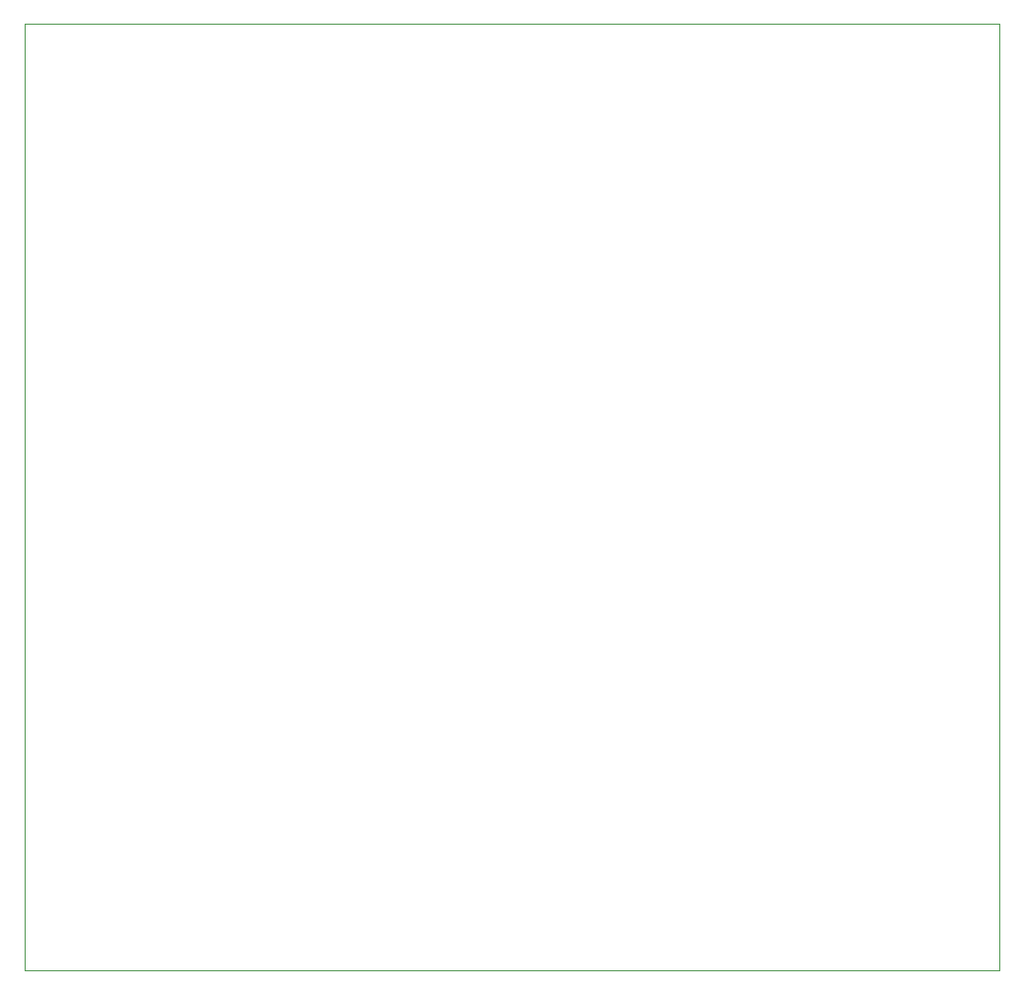
<source format=gbr>
%TF.GenerationSoftware,KiCad,Pcbnew,9.0.6*%
%TF.CreationDate,2025-11-20T03:37:52-08:00*%
%TF.ProjectId,Distance sensor PSC,44697374-616e-4636-9520-73656e736f72,2.0*%
%TF.SameCoordinates,Original*%
%TF.FileFunction,Profile,NP*%
%FSLAX46Y46*%
G04 Gerber Fmt 4.6, Leading zero omitted, Abs format (unit mm)*
G04 Created by KiCad (PCBNEW 9.0.6) date 2025-11-20 03:37:52*
%MOMM*%
%LPD*%
G01*
G04 APERTURE LIST*
%TA.AperFunction,Profile*%
%ADD10C,0.050000*%
%TD*%
G04 APERTURE END LIST*
D10*
X89000000Y-48029624D02*
X175970376Y-48029624D01*
X175970376Y-132500000D01*
X89000000Y-132500000D01*
X89000000Y-48029624D01*
M02*

</source>
